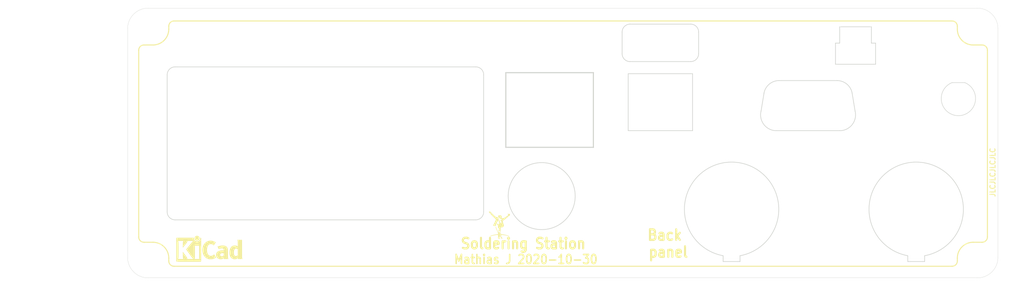
<source format=kicad_pcb>
(kicad_pcb (version 20171130) (host pcbnew 5.1.7-a382d34a8~87~ubuntu18.04.1)

  (general
    (thickness 1.6)
    (drawings 48)
    (tracks 0)
    (zones 0)
    (modules 18)
    (nets 1)
  )

  (page A4)
  (layers
    (0 F.Cu signal)
    (31 B.Cu power)
    (32 B.Adhes user)
    (33 F.Adhes user)
    (34 B.Paste user)
    (35 F.Paste user)
    (36 B.SilkS user)
    (37 F.SilkS user)
    (38 B.Mask user)
    (39 F.Mask user)
    (40 Dwgs.User user)
    (41 Cmts.User user)
    (42 Eco1.User user)
    (43 Eco2.User user)
    (44 Edge.Cuts user)
    (45 Margin user)
    (46 B.CrtYd user)
    (47 F.CrtYd user)
    (48 B.Fab user)
    (49 F.Fab user)
  )

  (setup
    (last_trace_width 0.25)
    (user_trace_width 0.127)
    (user_trace_width 0.15)
    (user_trace_width 0.2)
    (user_trace_width 0.25)
    (user_trace_width 0.4)
    (user_trace_width 0.5)
    (user_trace_width 0.75)
    (user_trace_width 1)
    (trace_clearance 0.2)
    (zone_clearance 0.508)
    (zone_45_only no)
    (trace_min 0.127)
    (via_size 0.8)
    (via_drill 0.4)
    (via_min_size 0.6)
    (via_min_drill 0.3)
    (user_via 0.6 0.3)
    (user_via 0.7 0.4)
    (user_via 1 0.6)
    (uvia_size 0.3)
    (uvia_drill 0.1)
    (uvias_allowed no)
    (uvia_min_size 0.2)
    (uvia_min_drill 0.1)
    (edge_width 0.05)
    (segment_width 0.2)
    (pcb_text_width 0.3)
    (pcb_text_size 1.5 1.5)
    (mod_edge_width 0.15)
    (mod_text_size 0.8 0.9)
    (mod_text_width 0.15)
    (pad_size 1.524 1.524)
    (pad_drill 0.762)
    (pad_to_mask_clearance 0.05)
    (solder_mask_min_width 0.1)
    (aux_axis_origin 0 0)
    (grid_origin 150 100)
    (visible_elements FFFFFF7F)
    (pcbplotparams
      (layerselection 0x00020_7ffffffe)
      (usegerberextensions false)
      (usegerberattributes false)
      (usegerberadvancedattributes false)
      (creategerberjobfile false)
      (excludeedgelayer true)
      (linewidth 0.100000)
      (plotframeref false)
      (viasonmask false)
      (mode 1)
      (useauxorigin false)
      (hpglpennumber 1)
      (hpglpenspeed 20)
      (hpglpendiameter 15.000000)
      (psnegative false)
      (psa4output false)
      (plotreference false)
      (plotvalue false)
      (plotinvisibletext false)
      (padsonsilk true)
      (subtractmaskfromsilk false)
      (outputformat 3)
      (mirror false)
      (drillshape 0)
      (scaleselection 1)
      (outputdirectory "./"))
  )

  (net 0 "")

  (net_class Default "This is the default net class."
    (clearance 0.2)
    (trace_width 0.25)
    (via_dia 0.8)
    (via_drill 0.4)
    (uvia_dia 0.3)
    (uvia_drill 0.1)
  )

  (module customlib_mj_fp:Molex_NanoFit-1x02-Panel_cutout locked (layer B.Cu) (tedit 5F7DBA11) (tstamp 5F7F0D41)
    (at 205.5 59.5 180)
    (descr "Panel cut-out for Molex Nano-Fit 1x02")
    (tags "Molex NanoFit panel cut-out")
    (path /5F88251B)
    (attr virtual)
    (fp_text reference M111 (at 0 1) (layer B.SilkS) hide
      (effects (font (size 1.2 0.8) (thickness 0.16)) (justify mirror))
    )
    (fp_text value Molex_NanoFit-1x02-Panel_cutout (at 0 -1) (layer B.Fab)
      (effects (font (size 1 1) (thickness 0.15)) (justify mirror))
    )
    (fp_line (start 4 0) (end -4 0) (layer Dwgs.User) (width 0.12))
    (fp_line (start -4 0) (end -4 4) (layer Dwgs.User) (width 0.12))
    (fp_line (start -4 4) (end -3 4) (layer Dwgs.User) (width 0.12))
    (fp_line (start -3 4) (end -3 7) (layer Dwgs.User) (width 0.12))
    (fp_line (start -3 7) (end 3 7) (layer Dwgs.User) (width 0.12))
    (fp_line (start 3 7) (end 3 4) (layer Dwgs.User) (width 0.12))
    (fp_line (start 3 4) (end 4 4) (layer Dwgs.User) (width 0.12))
    (fp_line (start 4 4) (end 4 0) (layer Dwgs.User) (width 0.12))
    (fp_line (start 3.8 0) (end -3.8 0) (layer Edge.Cuts) (width 0.12))
    (fp_line (start -3.8 0) (end -3.8 4) (layer Edge.Cuts) (width 0.12))
    (fp_line (start -3.8 4) (end -3 4) (layer Edge.Cuts) (width 0.12))
    (fp_line (start -3 4) (end -3 7.1) (layer Edge.Cuts) (width 0.12))
    (fp_line (start -3 7.1) (end 3 7.1) (layer Edge.Cuts) (width 0.12))
    (fp_line (start 3 7.1) (end 3 4) (layer Edge.Cuts) (width 0.12))
    (fp_line (start 3 4) (end 3.8 4) (layer Edge.Cuts) (width 0.12))
    (fp_line (start 3.8 4) (end 3.8 0) (layer Edge.Cuts) (width 0.12))
    (model /home/mjoh/projects/stm32/projects/customlib_mj/3d_models/Molex_NanoFit-1x02_receptacle-1053071202.stp
      (offset (xyz 0 1.74 -1.7))
      (scale (xyz 1 1 1))
      (rotate (xyz 0 0 0))
    )
  )

  (module customlib_mj_fp:DSub9-Kycon_K22X-E9P-N_panel_cutout_behind locked (layer B.Cu) (tedit 5F7DC644) (tstamp 5F4D7BAD)
    (at 196.5 61.1)
    (descr "Dsub-9 panel cut-out, behind")
    (tags "DSUB-9 panel cut-out")
    (path /5F4DCFFF)
    (attr virtual)
    (fp_text reference M108 (at 0 6.5) (layer B.Fab)
      (effects (font (size 1.2 0.8) (thickness 0.16)) (justify mirror))
    )
    (fp_text value DSub9-Kycon_K22X-E9P-N-panel_cutout-small (at 0 2.5) (layer B.Fab)
      (effects (font (size 1 1) (thickness 0.15)) (justify mirror))
    )
    (fp_line (start -8.910887 7.274234) (end -8.355942 3.89642) (layer Edge.Cuts) (width 0.12))
    (fp_line (start 6 11) (end -6 11) (layer Edge.Cuts) (width 0.12))
    (fp_line (start 8.355942 3.89642) (end 8.910887 7.274234) (layer Edge.Cuts) (width 0.12))
    (fp_line (start -5.5 1.5) (end 5.5 1.5) (layer Edge.Cuts) (width 0.12))
    (fp_line (start -8.910887 7.274234) (end -8.355942 3.89642) (layer Dwgs.User) (width 0.12))
    (fp_line (start 6 11) (end -6 11) (layer Dwgs.User) (width 0.12))
    (fp_line (start 8.355942 3.89642) (end 8.910887 7.274234) (layer Dwgs.User) (width 0.12))
    (fp_line (start -5.5 1.5) (end 5.5 1.5) (layer Dwgs.User) (width 0.12))
    (fp_arc (start -5.5 4.4) (end -8.355942 3.89642) (angle 80) (layer Dwgs.User) (width 0.12))
    (fp_arc (start 6 8) (end 8.910887 7.274234) (angle 104) (layer Dwgs.User) (width 0.12))
    (fp_arc (start -6 8) (end -6 11) (angle 104) (layer Dwgs.User) (width 0.12))
    (fp_arc (start 5.5 4.4) (end 5.5 1.5) (angle 80) (layer Dwgs.User) (width 0.12))
    (fp_arc (start 5.5 4.4) (end 5.5 1.5) (angle 80) (layer Edge.Cuts) (width 0.12))
    (fp_arc (start -5.5 4.4) (end -8.355942 3.89642) (angle 80) (layer Edge.Cuts) (width 0.12))
    (fp_arc (start 6 8) (end 8.910887 7.274234) (angle 104) (layer Edge.Cuts) (width 0.12))
    (fp_arc (start -6 8) (end -6 11) (angle 104) (layer Edge.Cuts) (width 0.12))
    (pad "" np_thru_hole circle (at 12.5 6.275) (size 3 3) (drill 3) (layers *.Cu *.Mask))
    (pad "" np_thru_hole circle (at -12.5 6.275) (size 3 3) (drill 3) (layers *.Cu *.Mask))
    (model /home/mjoh/projects/stm32/projects/customlib_mj/3d_models/K22X-E9P-N.step
      (offset (xyz 0 6.275 -2.5))
      (scale (xyz 1 1 1))
      (rotate (xyz 0 0 0))
    )
  )

  (module customlib_mj_fp:SMA_Bulkhead_jack-Panel_cutout (layer B.Cu) (tedit 5F7DBA76) (tstamp 5F7F0E3A)
    (at 225 66 90)
    (descr "SMA bulkhead jack connector cut-out")
    (tags "SMA panel cutout")
    (path /5F881BCE)
    (fp_text reference M110 (at 0 4.5 90) (layer B.SilkS) hide
      (effects (font (size 1.2 0.8) (thickness 0.16)) (justify mirror))
    )
    (fp_text value SMA_bulkhead_jack_Panel_cutout (at -3.5 0 180) (layer B.Fab)
      (effects (font (size 1 1) (thickness 0.15)) (justify mirror))
    )
    (fp_line (start 3.013 -1.2175) (end 3.013117 1.217209) (layer Edge.Cuts) (width 0.1))
    (fp_line (start 3.013 -1.2175) (end 3.013 1.2175) (layer Dwgs.User) (width 0.1))
    (fp_arc (start 0 0) (end 3.013 -1.2175) (angle -316) (layer Edge.Cuts) (width 0.1))
    (fp_arc (start 0 0) (end 3.013 -1.2175) (angle -316) (layer Dwgs.User) (width 0.1))
    (model /home/mjoh/projects/stm32/projects/customlib_mj/3d_models/SMA_bulkhead_jack_and_cable_assy.stp
      (offset (xyz 0 0 -68.5))
      (scale (xyz 1 1 1))
      (rotate (xyz 90 0 -90))
    )
  )

  (module customlib_mj_fp:LB_I4R_A-4mm_banana_socket_panelmnt locked (layer B.Cu) (tedit 5F7CCD62) (tstamp 5F7DF82B)
    (at 161 92 180)
    (path /5F7FEDE6)
    (fp_text reference J101 (at 0 5) (layer B.SilkS) hide
      (effects (font (size 1.2 0.8) (thickness 0.16)) (justify mirror))
    )
    (fp_text value 4mm_banana_socket-LB_I4R_A-panelmnt (at 0 -4.5) (layer B.Fab)
      (effects (font (size 1 1) (thickness 0.15)) (justify mirror))
    )
    (pad "" np_thru_hole circle (at 0 0 180) (size 8.3 8.3) (drill 8.3) (layers *.Cu *.Mask))
    (model /home/mjoh/projects/stm32/projects/customlib_mj/3d_models/LB_I4R_A-black.stp
      (offset (xyz 0 0 -20.5))
      (scale (xyz 1 1 1))
      (rotate (xyz -90 0 90))
    )
  )

  (module customlib_mj_fp:CUI-UJ2_AH_1_SMT-Panel_cutout locked (layer B.Cu) (tedit 5F7CAEF1) (tstamp 5F7D196E)
    (at 168.5 59.5 180)
    (descr "Panel cut-out for CUI-UJ2_AH_1_SMT USB-A host connector")
    (tags "USB-A CUI UJ2_AH_1_SMT panel cut-out")
    (path /5F7D0AEA)
    (attr virtual)
    (fp_text reference M107 (at 0 6) (layer B.Fab)
      (effects (font (size 1.2 0.8) (thickness 0.16)) (justify mirror))
    )
    (fp_text value CUI-UJ2_AH_1_SMT-Panel_cutout (at 0 -0.5) (layer B.Fab)
      (effects (font (size 1 1) (thickness 0.15)) (justify mirror))
    )
    (fp_line (start -7.25 6.1) (end -7.25 2) (layer Edge.Cuts) (width 0.12))
    (fp_line (start 5.75 7.6) (end -5.75 7.6) (layer Edge.Cuts) (width 0.12))
    (fp_line (start 7.25 2) (end 7.25 6.1) (layer Edge.Cuts) (width 0.12))
    (fp_line (start -5.75 0.5) (end 5.75 0.5) (layer Edge.Cuts) (width 0.12))
    (fp_line (start -7.25 6.1) (end -7.25 2) (layer Dwgs.User) (width 0.12))
    (fp_line (start 5.75 7.6) (end -5.75 7.6) (layer Dwgs.User) (width 0.12))
    (fp_line (start 7.25 2) (end 7.25 6.1) (layer Dwgs.User) (width 0.12))
    (fp_line (start -5.75 0.5) (end 5.75 0.5) (layer Dwgs.User) (width 0.12))
    (fp_arc (start 5.75 6.1) (end 7.25 6.1) (angle 90) (layer Dwgs.User) (width 0.12))
    (fp_arc (start 5.75 2) (end 5.75 0.5) (angle 90) (layer Dwgs.User) (width 0.12))
    (fp_arc (start -5.75 2) (end -7.25 2) (angle 90) (layer Dwgs.User) (width 0.12))
    (fp_arc (start -5.75 6.1) (end -5.75 7.6) (angle 90) (layer Dwgs.User) (width 0.12))
    (fp_arc (start 5.75 6.1) (end 7.25 6.1) (angle 90) (layer Edge.Cuts) (width 0.12))
    (fp_arc (start 5.75 2) (end 5.75 0.5) (angle 90) (layer Edge.Cuts) (width 0.12))
    (fp_arc (start -5.75 2) (end -7.25 2) (angle 90) (layer Edge.Cuts) (width 0.12))
    (fp_arc (start -5.75 6.1) (end -5.75 7.6) (angle 90) (layer Edge.Cuts) (width 0.12))
    (model /home/mjoh/projects/stm32/projects/customlib_mj/3d_models/CUI_DEVICES_UJ2-AH-1-SMT.step
      (offset (xyz 0 0 -15))
      (scale (xyz 1 1 1))
      (rotate (xyz 0 0 0))
    )
  )

  (module customlib_mj_fp:SJ-3571N_panel_cutout locked (layer B.Cu) (tedit 5F4D2DB5) (tstamp 5F4D7C96)
    (at 219 59.5 180)
    (descr "Panel cut-out for CUI SJ-3571N 3.5mm audio jack")
    (tags "CUI SJ-3571N 3.5mm audio jack panel cut-out")
    (path /5F4E1D6C)
    (attr virtual)
    (fp_text reference M109 (at 0 7) (layer B.Fab)
      (effects (font (size 1.2 0.8) (thickness 0.16)) (justify mirror))
    )
    (fp_text value SJ-3571N_CUI_audio_jacket_panel_cutout (at 0 -1.5) (layer B.Fab)
      (effects (font (size 1 1) (thickness 0.15)) (justify mirror))
    )
    (pad "" np_thru_hole circle (at 0 2.5 180) (size 6 6) (drill 6) (layers *.Cu *.Mask))
    (model /home/mjoh/projects/stm32/projects/customlib_mj/3d_models/CUI_DEVICES_SJ-3571N.step
      (offset (xyz 0 2.5 0.3))
      (scale (xyz 1 1 1))
      (rotate (xyz 0 90 90))
    )
  )

  (module customlib_mj_fp:74980104400_WE_RJ45_LAN-Panel_cutout locked (layer B.Cu) (tedit 5F4CD9BC) (tstamp 5F4D3980)
    (at 147.5 61.1)
    (descr "Panel cut-out for WE RJ45 Ethernet connector")
    (tags "RJ45 panel cut-out")
    (path /5F4D2201)
    (attr virtual)
    (fp_text reference M105 (at 0 13) (layer B.Fab)
      (effects (font (size 1.2 0.8) (thickness 0.16)) (justify mirror))
    )
    (fp_text value 74980104400-Wurth_RJ45-Panel_cutout (at 0 -1) (layer B.Fab)
      (effects (font (size 1 1) (thickness 0.15)) (justify mirror))
    )
    (fp_line (start -8.3 14.15) (end -8.3 0) (layer Dwgs.User) (width 0.2))
    (fp_line (start 8.3 14.15) (end -8.3 14.15) (layer Dwgs.User) (width 0.2))
    (fp_line (start 8.3 0) (end 8.3 14.15) (layer Dwgs.User) (width 0.2))
    (fp_line (start -8.3 0) (end 8.3 0) (layer Dwgs.User) (width 0.2))
    (fp_line (start -8.3 14.15) (end -8.3 0) (layer Edge.Cuts) (width 0.2))
    (fp_line (start 8.3 14.15) (end -8.3 14.15) (layer Edge.Cuts) (width 0.2))
    (fp_line (start 8.3 0) (end 8.3 14.15) (layer Edge.Cuts) (width 0.2))
    (fp_line (start -8.3 0) (end 8.3 0) (layer Edge.Cuts) (width 0.2))
    (model /home/mjoh/projects/stm32/projects/customlib_mj/3d_models/74980104400_WE-RJ45_LAN_rev1.stp
      (offset (xyz 0 7.075 0.4))
      (scale (xyz 1 1 1))
      (rotate (xyz 90 0 180))
    )
  )

  (module customlib_mj_fp:TE_1734346-Panel_cutout locked (layer B.Cu) (tedit 5F4CD938) (tstamp 5F4D398C)
    (at 168.5 61.1)
    (descr "Panel cut-out for TE-1734346 USB-B device connector")
    (tags "USB-B TE-1734346 panel cut-out")
    (path /5F4D36E9)
    (attr virtual)
    (fp_text reference M106 (at 0 9.5) (layer B.Fab)
      (effects (font (size 1.2 0.8) (thickness 0.16)) (justify mirror))
    )
    (fp_text value TE-1734346-Panel_cutout (at 0 11.9) (layer B.Fab)
      (effects (font (size 1 1) (thickness 0.15)) (justify mirror))
    )
    (fp_line (start -6.1 0.2) (end 6.1 0.2) (layer Edge.Cuts) (width 0.12))
    (fp_line (start 6.1 0.2) (end 6.1 11) (layer Edge.Cuts) (width 0.12))
    (fp_line (start 6.1 11) (end -6.1 11) (layer Edge.Cuts) (width 0.12))
    (fp_line (start -6.1 11) (end -6.1 0.2) (layer Edge.Cuts) (width 0.12))
    (fp_line (start -6.1 0.2) (end 6.1 0.2) (layer Dwgs.User) (width 0.12))
    (fp_line (start 6.1 0.2) (end 6.1 11) (layer Dwgs.User) (width 0.12))
    (fp_line (start 6.1 11) (end -6.1 11) (layer Dwgs.User) (width 0.12))
    (fp_line (start -6.1 11) (end -6.1 0.2) (layer Dwgs.User) (width 0.12))
    (model /home/mjoh/projects/stm32/projects/customlib_mj/3d_models/TE_1734346-1-c-3d.stp
      (offset (xyz 0 5.6 0.5))
      (scale (xyz 1 1 1))
      (rotate (xyz 0 0 0))
    )
  )

  (module customlib_mj_fp:FN283_panel_cutout-outside_mnt locked (layer B.Cu) (tedit 5F459659) (tstamp 5F460FD2)
    (at 105 74.5)
    (descr "Panel cut-outs for Schaffner FN283 AC-inlet")
    (path /5F4FFAD8)
    (fp_text reference M104 (at 0 -2) (layer B.Fab)
      (effects (font (size 1.2 0.8) (thickness 0.16)) (justify mirror))
    )
    (fp_text value FN283-1-06_Schaffner_AC-panel_cutout (at 0 -13) (layer B.Fab)
      (effects (font (size 1 1) (thickness 0.15)) (justify mirror))
    )
    (fp_line (start -30 -13) (end -30 13) (layer Edge.Cuts) (width 0.12))
    (fp_line (start 28.5 -14.5) (end -28.5 -14.5) (layer Edge.Cuts) (width 0.12))
    (fp_line (start 30 13) (end 30 -13) (layer Edge.Cuts) (width 0.12))
    (fp_line (start -28.5 14.5) (end 28.5 14.5) (layer Edge.Cuts) (width 0.12))
    (fp_line (start -30 -13) (end -30 13) (layer Dwgs.User) (width 0.12))
    (fp_line (start 28.5 -14.5) (end -28.5 -14.5) (layer Dwgs.User) (width 0.12))
    (fp_line (start 30 13) (end 30 -13) (layer Dwgs.User) (width 0.12))
    (fp_line (start -28.5 14.5) (end 28.5 14.5) (layer Dwgs.User) (width 0.12))
    (fp_arc (start -28.5 13) (end -28.5 14.5) (angle 90) (layer Edge.Cuts) (width 0.12))
    (fp_arc (start -28.5 -13) (end -30 -13) (angle 90) (layer Edge.Cuts) (width 0.12))
    (fp_arc (start 28.5 -13) (end 28.5 -14.5) (angle 90) (layer Edge.Cuts) (width 0.12))
    (fp_arc (start 28.5 13) (end 30 13) (angle 90) (layer Edge.Cuts) (width 0.12))
    (fp_arc (start -28.5 13) (end -28.5 14.5) (angle 90) (layer Dwgs.User) (width 0.12))
    (fp_arc (start -28.5 -13) (end -30 -13) (angle 90) (layer Dwgs.User) (width 0.12))
    (fp_arc (start 28.5 -13) (end 28.5 -14.5) (angle 90) (layer Dwgs.User) (width 0.12))
    (fp_arc (start 28.5 13) (end 30 13) (angle 90) (layer Dwgs.User) (width 0.12))
    (pad "" np_thru_hole circle (at 0 20) (size 3 3) (drill 3) (layers *.Cu *.Mask))
    (pad "" np_thru_hole circle (at 0 -20) (size 3 3) (drill 3) (layers *.Cu *.Mask))
    (model /home/mjoh/projects/stm32/projects/customlib_mj/3d_models/Schaffner-FN283-1-06.stp
      (offset (xyz -18 0 24.5))
      (scale (xyz 1 1 1))
      (rotate (xyz 0 180 90))
    )
  )

  (module customlib_mj_fp:Schurter_3101_0060_fuse_holder-panel_cutout locked (layer F.Cu) (tedit 5F459D77) (tstamp 5F460FBC)
    (at 146 84.5)
    (path /5F50285E)
    (fp_text reference M103 (at 0 0.6) (layer F.Fab)
      (effects (font (size 1.2 0.8) (thickness 0.16)))
    )
    (fp_text value Schurter-3101_0060-fuse_holder-Panel_cutout (at 0 7) (layer F.Fab)
      (effects (font (size 1 1) (thickness 0.15)))
    )
    (fp_circle (center 0 0) (end 6.35 0) (layer Dwgs.User) (width 0.12))
    (fp_circle (center 0 0) (end 6.35 0) (layer Edge.Cuts) (width 0.12))
    (model /home/mjoh/projects/stm32/projects/SolderingStation/mech/Schurter-0031.0060_002-fuseholder.stp
      (offset (xyz 0 0 -8.800000000000001))
      (scale (xyz 1 1 1))
      (rotate (xyz 0 0 -90))
    )
  )

  (module customlib_mj_fp:Amphenol_T3437000-DIN7-panel_cutout locked (layer B.Cu) (tedit 5F45A1C4) (tstamp 5F460FB6)
    (at 182 87 180)
    (descr "Amphenol T3437000 DIN7 (Weller connector) panel cutout")
    (tags "Amphenol T3437000 DIN7 panel cutout")
    (path /5F504C41)
    (fp_text reference M102 (at 0 -0.6) (layer B.Fab)
      (effects (font (size 1.2 0.8) (thickness 0.16)) (justify mirror))
    )
    (fp_text value Amphenol_T3437000-DIN7_panel_cutout (at 0 -11) (layer B.Fab)
      (effects (font (size 1 1) (thickness 0.15)) (justify mirror))
    )
    (fp_line (start 1.6 -9.9) (end 1.6 -8.8) (layer Edge.Cuts) (width 0.12))
    (fp_line (start -1.6 -9.9) (end -1.598511 -8.800271) (layer Edge.Cuts) (width 0.12))
    (fp_line (start 1.6 -9.9) (end -1.6 -9.9) (layer Edge.Cuts) (width 0.12))
    (fp_arc (start 0 0) (end 1.6 -8.8) (angle 339.4) (layer Edge.Cuts) (width 0.12))
    (model /home/mjoh/projects/stm32/projects/SolderingStation/mech/DIN7_done.stp
      (at (xyz 0 0 0))
      (scale (xyz 1 1 1))
      (rotate (xyz 0 0 0))
    )
  )

  (module customlib_mj_fp:Amphenol_T3437000-DIN7-panel_cutout locked (layer B.Cu) (tedit 5F45A1C4) (tstamp 5F460FAE)
    (at 217 87 180)
    (descr "Amphenol T3437000 DIN7 (Weller connector) panel cutout")
    (tags "Amphenol T3437000 DIN7 panel cutout")
    (path /5F50426A)
    (fp_text reference M101 (at 0 -0.6) (layer B.Fab)
      (effects (font (size 1.2 0.8) (thickness 0.16)) (justify mirror))
    )
    (fp_text value Amphenol_T3437000-DIN7_panel_cutout (at 0 -11) (layer B.Fab)
      (effects (font (size 1 1) (thickness 0.15)) (justify mirror))
    )
    (fp_line (start 1.6 -9.9) (end 1.6 -8.8) (layer Edge.Cuts) (width 0.12))
    (fp_line (start -1.6 -9.9) (end -1.598511 -8.800271) (layer Edge.Cuts) (width 0.12))
    (fp_line (start 1.6 -9.9) (end -1.6 -9.9) (layer Edge.Cuts) (width 0.12))
    (fp_arc (start 0 0) (end 1.6 -8.8) (angle 339.4) (layer Edge.Cuts) (width 0.12))
    (model /home/mjoh/projects/stm32/projects/SolderingStation/mech/DIN7_done.stp
      (at (xyz 0 0 0))
      (scale (xyz 1 1 1))
      (rotate (xyz 0 0 0))
    )
  )

  (module customlib_mj_fp:MountingHole_3.5mm_Hammond_panel_screws locked (layer F.Cu) (tedit 5F2EF506) (tstamp 5F420F13)
    (at 72.25 52.67)
    (descr "Mounting Hole 3.5mm, no annular")
    (tags "mounting hole 3.5mm no annular")
    (path /5F41E2D7)
    (attr virtual)
    (fp_text reference H101 (at 0 -4.5) (layer F.Fab)
      (effects (font (size 1 1) (thickness 0.15)))
    )
    (fp_text value MountingHole (at 0 4.5) (layer F.Fab)
      (effects (font (size 1 1) (thickness 0.15)))
    )
    (fp_circle (center 0 0) (end 3 0) (layer F.CrtYd) (width 0.05))
    (fp_circle (center 0 0) (end 2.9 0) (layer Cmts.User) (width 0.15))
    (fp_text user %R (at 0.3 0) (layer F.Fab)
      (effects (font (size 1 1) (thickness 0.15)))
    )
    (pad "" np_thru_hole circle (at 0 0) (size 3.5 3.5) (drill 3.5) (layers *.Cu *.Mask)
      (solder_mask_margin -0.1) (clearance 1.25))
  )

  (module customlib_mj_fp:MountingHole_3.5mm_Hammond_panel_screws locked (layer F.Cu) (tedit 5F2EF506) (tstamp 5F420F1B)
    (at 227.75 52.67)
    (descr "Mounting Hole 3.5mm, no annular")
    (tags "mounting hole 3.5mm no annular")
    (path /5F41E735)
    (attr virtual)
    (fp_text reference H102 (at 0 -4.5) (layer F.Fab)
      (effects (font (size 1 1) (thickness 0.15)))
    )
    (fp_text value MountingHole (at 0 4.5) (layer F.Fab)
      (effects (font (size 1 1) (thickness 0.15)))
    )
    (fp_circle (center 0 0) (end 2.9 0) (layer Cmts.User) (width 0.15))
    (fp_circle (center 0 0) (end 3 0) (layer F.CrtYd) (width 0.05))
    (fp_text user %R (at 0.3 0) (layer F.Fab)
      (effects (font (size 1 1) (thickness 0.15)))
    )
    (pad "" np_thru_hole circle (at 0 0) (size 3.5 3.5) (drill 3.5) (layers *.Cu *.Mask)
      (solder_mask_margin -0.1) (clearance 1.25))
  )

  (module customlib_mj_fp:MountingHole_3.5mm_Hammond_panel_screws locked (layer F.Cu) (tedit 5F2EF506) (tstamp 5F420F23)
    (at 72.25 96.2)
    (descr "Mounting Hole 3.5mm, no annular")
    (tags "mounting hole 3.5mm no annular")
    (path /5F41E773)
    (attr virtual)
    (fp_text reference H103 (at 0 -4.5) (layer F.Fab)
      (effects (font (size 1 1) (thickness 0.15)))
    )
    (fp_text value MountingHole (at 0 4.5) (layer F.Fab)
      (effects (font (size 1 1) (thickness 0.15)))
    )
    (fp_circle (center 0 0) (end 3 0) (layer F.CrtYd) (width 0.05))
    (fp_circle (center 0 0) (end 2.9 0) (layer Cmts.User) (width 0.15))
    (fp_text user %R (at 0.3 0) (layer F.Fab)
      (effects (font (size 1 1) (thickness 0.15)))
    )
    (pad "" np_thru_hole circle (at 0 0) (size 3.5 3.5) (drill 3.5) (layers *.Cu *.Mask)
      (solder_mask_margin -0.1) (clearance 1.25))
  )

  (module customlib_mj_fp:MountingHole_3.5mm_Hammond_panel_screws locked (layer F.Cu) (tedit 5F2EF506) (tstamp 5F420F2B)
    (at 227.75 96.2)
    (descr "Mounting Hole 3.5mm, no annular")
    (tags "mounting hole 3.5mm no annular")
    (path /5F41E984)
    (attr virtual)
    (fp_text reference H104 (at 0 -4.5) (layer F.Fab)
      (effects (font (size 1 1) (thickness 0.15)))
    )
    (fp_text value MountingHole (at 0 4.5) (layer F.Fab)
      (effects (font (size 1 1) (thickness 0.15)))
    )
    (fp_circle (center 0 0) (end 2.9 0) (layer Cmts.User) (width 0.15))
    (fp_circle (center 0 0) (end 3 0) (layer F.CrtYd) (width 0.05))
    (fp_text user %R (at 0.3 0) (layer F.Fab)
      (effects (font (size 1 1) (thickness 0.15)))
    )
    (pad "" np_thru_hole circle (at 0 0) (size 3.5 3.5) (drill 3.5) (layers *.Cu *.Mask)
      (solder_mask_margin -0.1) (clearance 1.25))
  )

  (module Symbol:KiCad-Logo_5mm_SilkScreen (layer F.Cu) (tedit 0) (tstamp 5F97895B)
    (at 83 95)
    (descr "KiCad Logo")
    (tags "Logo KiCad")
    (path /5F41F53B)
    (attr virtual)
    (fp_text reference LOGO101 (at 0 -5.08) (layer F.SilkS) hide
      (effects (font (size 1 1) (thickness 0.15)))
    )
    (fp_text value Logo_Kicad_small (at 0 3.81) (layer F.Fab) hide
      (effects (font (size 1 1) (thickness 0.15)))
    )
    (fp_poly (pts (xy -2.273043 -2.973429) (xy -2.176768 -2.949191) (xy -2.090184 -2.906359) (xy -2.015373 -2.846581)
      (xy -1.954418 -2.771506) (xy -1.909399 -2.68278) (xy -1.883136 -2.58647) (xy -1.877286 -2.489205)
      (xy -1.89214 -2.395346) (xy -1.92584 -2.307489) (xy -1.976528 -2.22823) (xy -2.042345 -2.160164)
      (xy -2.121434 -2.105888) (xy -2.211934 -2.067998) (xy -2.2632 -2.055574) (xy -2.307698 -2.048053)
      (xy -2.341999 -2.045081) (xy -2.37496 -2.046906) (xy -2.415434 -2.053775) (xy -2.448531 -2.06075)
      (xy -2.541947 -2.092259) (xy -2.625619 -2.143383) (xy -2.697665 -2.212571) (xy -2.7562 -2.298272)
      (xy -2.770148 -2.325511) (xy -2.786586 -2.361878) (xy -2.796894 -2.392418) (xy -2.80246 -2.42455)
      (xy -2.804669 -2.465693) (xy -2.804948 -2.511778) (xy -2.800861 -2.596135) (xy -2.787446 -2.665414)
      (xy -2.762256 -2.726039) (xy -2.722846 -2.784433) (xy -2.684298 -2.828698) (xy -2.612406 -2.894516)
      (xy -2.537313 -2.939947) (xy -2.454562 -2.96715) (xy -2.376928 -2.977424) (xy -2.273043 -2.973429)) (layer F.SilkS) (width 0.01))
    (fp_poly (pts (xy 6.186507 -0.527755) (xy 6.186526 -0.293338) (xy 6.186552 -0.080397) (xy 6.186625 0.112168)
      (xy 6.186782 0.285459) (xy 6.187064 0.440576) (xy 6.187509 0.57862) (xy 6.188156 0.700692)
      (xy 6.189045 0.807894) (xy 6.190213 0.901326) (xy 6.191701 0.98209) (xy 6.193546 1.051286)
      (xy 6.195789 1.110015) (xy 6.198469 1.159379) (xy 6.201623 1.200478) (xy 6.205292 1.234413)
      (xy 6.209513 1.262286) (xy 6.214327 1.285198) (xy 6.219773 1.304249) (xy 6.225888 1.32054)
      (xy 6.232712 1.335173) (xy 6.240285 1.349249) (xy 6.248645 1.363868) (xy 6.253839 1.372974)
      (xy 6.288104 1.433689) (xy 5.429955 1.433689) (xy 5.429955 1.337733) (xy 5.429224 1.29437)
      (xy 5.427272 1.261205) (xy 5.424463 1.243424) (xy 5.423221 1.241778) (xy 5.411799 1.248662)
      (xy 5.389084 1.266505) (xy 5.366385 1.285879) (xy 5.3118 1.326614) (xy 5.242321 1.367617)
      (xy 5.16527 1.405123) (xy 5.087965 1.435364) (xy 5.057113 1.445012) (xy 4.988616 1.459578)
      (xy 4.905764 1.469539) (xy 4.816371 1.474583) (xy 4.728248 1.474396) (xy 4.649207 1.468666)
      (xy 4.611511 1.462858) (xy 4.473414 1.424797) (xy 4.346113 1.367073) (xy 4.230292 1.290211)
      (xy 4.126637 1.194739) (xy 4.035833 1.081179) (xy 3.969031 0.970381) (xy 3.914164 0.853625)
      (xy 3.872163 0.734276) (xy 3.842167 0.608283) (xy 3.823311 0.471594) (xy 3.814732 0.320158)
      (xy 3.814006 0.242711) (xy 3.8161 0.185934) (xy 4.645217 0.185934) (xy 4.645424 0.279002)
      (xy 4.648337 0.366692) (xy 4.654 0.443772) (xy 4.662455 0.505009) (xy 4.665038 0.51735)
      (xy 4.69684 0.624633) (xy 4.738498 0.711658) (xy 4.790363 0.778642) (xy 4.852781 0.825805)
      (xy 4.9261 0.853365) (xy 5.010669 0.861541) (xy 5.106835 0.850551) (xy 5.170311 0.834829)
      (xy 5.219454 0.816639) (xy 5.273583 0.790791) (xy 5.314244 0.767089) (xy 5.3848 0.720721)
      (xy 5.3848 -0.42947) (xy 5.317392 -0.473038) (xy 5.238867 -0.51396) (xy 5.154681 -0.540611)
      (xy 5.069557 -0.552535) (xy 4.988216 -0.549278) (xy 4.91538 -0.530385) (xy 4.883426 -0.514816)
      (xy 4.825501 -0.471819) (xy 4.776544 -0.415047) (xy 4.73539 -0.342425) (xy 4.700874 -0.251879)
      (xy 4.671833 -0.141334) (xy 4.670552 -0.135467) (xy 4.660381 -0.073212) (xy 4.652739 0.004594)
      (xy 4.64767 0.09272) (xy 4.645217 0.185934) (xy 3.8161 0.185934) (xy 3.821857 0.029895)
      (xy 3.843802 -0.165941) (xy 3.879786 -0.344668) (xy 3.929759 -0.506155) (xy 3.993668 -0.650274)
      (xy 4.071462 -0.776894) (xy 4.163089 -0.885885) (xy 4.268497 -0.977117) (xy 4.313662 -1.008068)
      (xy 4.414611 -1.064215) (xy 4.517901 -1.103826) (xy 4.627989 -1.127986) (xy 4.74933 -1.137781)
      (xy 4.841836 -1.136735) (xy 4.97149 -1.125769) (xy 5.084084 -1.103954) (xy 5.182875 -1.070286)
      (xy 5.271121 -1.023764) (xy 5.319986 -0.989552) (xy 5.349353 -0.967638) (xy 5.371043 -0.952667)
      (xy 5.379253 -0.948267) (xy 5.380868 -0.959096) (xy 5.382159 -0.989749) (xy 5.383138 -1.037474)
      (xy 5.383817 -1.099521) (xy 5.38421 -1.173138) (xy 5.38433 -1.255573) (xy 5.384188 -1.344075)
      (xy 5.383797 -1.435893) (xy 5.383171 -1.528276) (xy 5.38232 -1.618472) (xy 5.38126 -1.703729)
      (xy 5.380001 -1.781297) (xy 5.378556 -1.848424) (xy 5.376938 -1.902359) (xy 5.375161 -1.94035)
      (xy 5.374669 -1.947333) (xy 5.367092 -2.017749) (xy 5.355531 -2.072898) (xy 5.337792 -2.120019)
      (xy 5.311682 -2.166353) (xy 5.305415 -2.175933) (xy 5.280983 -2.212622) (xy 6.186311 -2.212622)
      (xy 6.186507 -0.527755)) (layer F.SilkS) (width 0.01))
    (fp_poly (pts (xy 2.673574 -1.133448) (xy 2.825492 -1.113433) (xy 2.960756 -1.079798) (xy 3.080239 -1.032275)
      (xy 3.184815 -0.970595) (xy 3.262424 -0.907035) (xy 3.331265 -0.832901) (xy 3.385006 -0.753129)
      (xy 3.42791 -0.660909) (xy 3.443384 -0.617839) (xy 3.456244 -0.578858) (xy 3.467446 -0.542711)
      (xy 3.47712 -0.507566) (xy 3.485396 -0.47159) (xy 3.492403 -0.43295) (xy 3.498272 -0.389815)
      (xy 3.503131 -0.340351) (xy 3.50711 -0.282727) (xy 3.51034 -0.215109) (xy 3.512949 -0.135666)
      (xy 3.515067 -0.042564) (xy 3.516824 0.066027) (xy 3.518349 0.191942) (xy 3.519772 0.337012)
      (xy 3.521025 0.479778) (xy 3.522351 0.635968) (xy 3.523556 0.771239) (xy 3.524766 0.887246)
      (xy 3.526106 0.985645) (xy 3.5277 1.068093) (xy 3.529675 1.136246) (xy 3.532156 1.19176)
      (xy 3.535269 1.236292) (xy 3.539138 1.271498) (xy 3.543889 1.299034) (xy 3.549648 1.320556)
      (xy 3.556539 1.337722) (xy 3.564689 1.352186) (xy 3.574223 1.365606) (xy 3.585266 1.379638)
      (xy 3.589566 1.385071) (xy 3.605386 1.40791) (xy 3.612422 1.423463) (xy 3.612444 1.423922)
      (xy 3.601567 1.426121) (xy 3.570582 1.428147) (xy 3.521957 1.429942) (xy 3.458163 1.431451)
      (xy 3.381669 1.432616) (xy 3.294944 1.43338) (xy 3.200457 1.433686) (xy 3.18955 1.433689)
      (xy 2.766657 1.433689) (xy 2.763395 1.337622) (xy 2.760133 1.241556) (xy 2.698044 1.292543)
      (xy 2.600714 1.360057) (xy 2.490813 1.414749) (xy 2.404349 1.444978) (xy 2.335278 1.459666)
      (xy 2.251925 1.469659) (xy 2.162159 1.474646) (xy 2.073845 1.474313) (xy 1.994851 1.468351)
      (xy 1.958622 1.462638) (xy 1.818603 1.424776) (xy 1.692178 1.369932) (xy 1.58026 1.298924)
      (xy 1.483762 1.212568) (xy 1.4036 1.111679) (xy 1.340687 0.997076) (xy 1.296312 0.870984)
      (xy 1.283978 0.814401) (xy 1.276368 0.752202) (xy 1.272739 0.677363) (xy 1.272245 0.643467)
      (xy 1.27231 0.640282) (xy 2.032248 0.640282) (xy 2.041541 0.715333) (xy 2.069728 0.77916)
      (xy 2.118197 0.834798) (xy 2.123254 0.839211) (xy 2.171548 0.874037) (xy 2.223257 0.89662)
      (xy 2.283989 0.90854) (xy 2.359352 0.911383) (xy 2.377459 0.910978) (xy 2.431278 0.908325)
      (xy 2.471308 0.902909) (xy 2.506324 0.892745) (xy 2.545103 0.87585) (xy 2.555745 0.870672)
      (xy 2.616396 0.834844) (xy 2.663215 0.792212) (xy 2.675952 0.776973) (xy 2.720622 0.720462)
      (xy 2.720622 0.524586) (xy 2.720086 0.445939) (xy 2.718396 0.387988) (xy 2.715428 0.348875)
      (xy 2.711057 0.326741) (xy 2.706972 0.320274) (xy 2.691047 0.317111) (xy 2.657264 0.314488)
      (xy 2.61034 0.312655) (xy 2.554993 0.311857) (xy 2.546106 0.311842) (xy 2.42533 0.317096)
      (xy 2.32266 0.333263) (xy 2.236106 0.360961) (xy 2.163681 0.400808) (xy 2.108751 0.447758)
      (xy 2.064204 0.505645) (xy 2.03948 0.568693) (xy 2.032248 0.640282) (xy 1.27231 0.640282)
      (xy 1.274178 0.549712) (xy 1.282522 0.470812) (xy 1.298768 0.39959) (xy 1.324405 0.328864)
      (xy 1.348401 0.276493) (xy 1.40702 0.181196) (xy 1.485117 0.09317) (xy 1.580315 0.014017)
      (xy 1.690238 -0.05466) (xy 1.81251 -0.111259) (xy 1.944755 -0.154179) (xy 2.009422 -0.169118)
      (xy 2.145604 -0.191223) (xy 2.294049 -0.205806) (xy 2.445505 -0.212187) (xy 2.572064 -0.210555)
      (xy 2.73395 -0.203776) (xy 2.72653 -0.262755) (xy 2.707238 -0.361908) (xy 2.676104 -0.442628)
      (xy 2.632269 -0.505534) (xy 2.574871 -0.551244) (xy 2.503048 -0.580378) (xy 2.415941 -0.593553)
      (xy 2.312686 -0.591389) (xy 2.274711 -0.587388) (xy 2.13352 -0.56222) (xy 1.996707 -0.521186)
      (xy 1.902178 -0.483185) (xy 1.857018 -0.46381) (xy 1.818585 -0.44824) (xy 1.792234 -0.438595)
      (xy 1.784546 -0.436548) (xy 1.774802 -0.445626) (xy 1.758083 -0.474595) (xy 1.734232 -0.523783)
      (xy 1.703093 -0.593516) (xy 1.664507 -0.684121) (xy 1.65791 -0.699911) (xy 1.627853 -0.772228)
      (xy 1.600874 -0.837575) (xy 1.578136 -0.893094) (xy 1.560806 -0.935928) (xy 1.550048 -0.963219)
      (xy 1.546941 -0.972058) (xy 1.55694 -0.976813) (xy 1.583217 -0.98209) (xy 1.611489 -0.985769)
      (xy 1.641646 -0.990526) (xy 1.689433 -0.999972) (xy 1.750612 -1.01318) (xy 1.820946 -1.029224)
      (xy 1.896194 -1.04718) (xy 1.924755 -1.054203) (xy 2.029816 -1.079791) (xy 2.11748 -1.099853)
      (xy 2.192068 -1.115031) (xy 2.257903 -1.125965) (xy 2.319307 -1.133296) (xy 2.380602 -1.137665)
      (xy 2.44611 -1.139713) (xy 2.504128 -1.140111) (xy 2.673574 -1.133448)) (layer F.SilkS) (width 0.01))
    (fp_poly (pts (xy 0.328429 -2.050929) (xy 0.48857 -2.029755) (xy 0.65251 -1.989615) (xy 0.822313 -1.930111)
      (xy 1.000043 -1.850846) (xy 1.01131 -1.845301) (xy 1.069005 -1.817275) (xy 1.120552 -1.793198)
      (xy 1.162191 -1.774751) (xy 1.190162 -1.763614) (xy 1.199733 -1.761067) (xy 1.21895 -1.756059)
      (xy 1.223561 -1.751853) (xy 1.218458 -1.74142) (xy 1.202418 -1.715132) (xy 1.177288 -1.675743)
      (xy 1.144914 -1.626009) (xy 1.107143 -1.568685) (xy 1.065822 -1.506524) (xy 1.022798 -1.442282)
      (xy 0.979917 -1.378715) (xy 0.939026 -1.318575) (xy 0.901971 -1.26462) (xy 0.8706 -1.219603)
      (xy 0.846759 -1.186279) (xy 0.832294 -1.167403) (xy 0.830309 -1.165213) (xy 0.820191 -1.169862)
      (xy 0.79785 -1.187038) (xy 0.76728 -1.21356) (xy 0.751536 -1.228036) (xy 0.655047 -1.303318)
      (xy 0.548336 -1.358759) (xy 0.432832 -1.393859) (xy 0.309962 -1.40812) (xy 0.240561 -1.406949)
      (xy 0.119423 -1.389788) (xy 0.010205 -1.353906) (xy -0.087418 -1.299041) (xy -0.173772 -1.22493)
      (xy -0.249185 -1.131312) (xy -0.313982 -1.017924) (xy -0.351399 -0.931333) (xy -0.395252 -0.795634)
      (xy -0.427572 -0.64815) (xy -0.448443 -0.492686) (xy -0.457949 -0.333044) (xy -0.456173 -0.173027)
      (xy -0.443197 -0.016439) (xy -0.419106 0.132918) (xy -0.383982 0.27124) (xy -0.337908 0.394724)
      (xy -0.321627 0.428978) (xy -0.25338 0.543064) (xy -0.172921 0.639557) (xy -0.08143 0.71767)
      (xy 0.019911 0.776617) (xy 0.12992 0.815612) (xy 0.247415 0.833868) (xy 0.288883 0.835211)
      (xy 0.410441 0.82429) (xy 0.530878 0.791474) (xy 0.648666 0.737439) (xy 0.762277 0.662865)
      (xy 0.853685 0.584539) (xy 0.900215 0.540008) (xy 1.081483 0.837271) (xy 1.12658 0.911433)
      (xy 1.167819 0.979646) (xy 1.203735 1.039459) (xy 1.232866 1.08842) (xy 1.25375 1.124079)
      (xy 1.264924 1.143984) (xy 1.266375 1.147079) (xy 1.258146 1.156718) (xy 1.232567 1.173999)
      (xy 1.192873 1.197283) (xy 1.142297 1.224934) (xy 1.084074 1.255315) (xy 1.021437 1.28679)
      (xy 0.957621 1.317722) (xy 0.89586 1.346473) (xy 0.839388 1.371408) (xy 0.791438 1.390889)
      (xy 0.767986 1.399318) (xy 0.634221 1.437133) (xy 0.496327 1.462136) (xy 0.348622 1.47514)
      (xy 0.221833 1.477468) (xy 0.153878 1.476373) (xy 0.088277 1.474275) (xy 0.030847 1.471434)
      (xy -0.012597 1.468106) (xy -0.026702 1.466422) (xy -0.165716 1.437587) (xy -0.307243 1.392468)
      (xy -0.444725 1.33375) (xy -0.571606 1.26412) (xy -0.649111 1.211441) (xy -0.776519 1.103239)
      (xy -0.894822 0.976671) (xy -1.001828 0.834866) (xy -1.095348 0.680951) (xy -1.17319 0.518053)
      (xy -1.217044 0.400756) (xy -1.267292 0.217128) (xy -1.300791 0.022581) (xy -1.317551 -0.178675)
      (xy -1.317584 -0.382432) (xy -1.300899 -0.584479) (xy -1.267507 -0.780608) (xy -1.21742 -0.966609)
      (xy -1.213603 -0.978197) (xy -1.150719 -1.14025) (xy -1.073972 -1.288168) (xy -0.980758 -1.426135)
      (xy -0.868473 -1.558339) (xy -0.824608 -1.603601) (xy -0.688466 -1.727543) (xy -0.548509 -1.830085)
      (xy -0.402589 -1.912344) (xy -0.248558 -1.975436) (xy -0.084268 -2.020477) (xy 0.011289 -2.037967)
      (xy 0.170023 -2.053534) (xy 0.328429 -2.050929)) (layer F.SilkS) (width 0.01))
    (fp_poly (pts (xy -2.9464 -2.510946) (xy -2.935535 -2.397007) (xy -2.903918 -2.289384) (xy -2.853015 -2.190385)
      (xy -2.784293 -2.102316) (xy -2.699219 -2.027484) (xy -2.602232 -1.969616) (xy -2.495964 -1.929995)
      (xy -2.38895 -1.911427) (xy -2.2833 -1.912566) (xy -2.181125 -1.93207) (xy -2.084534 -1.968594)
      (xy -1.995638 -2.020795) (xy -1.916546 -2.087327) (xy -1.849369 -2.166848) (xy -1.796217 -2.258013)
      (xy -1.759199 -2.359477) (xy -1.740427 -2.469898) (xy -1.738489 -2.519794) (xy -1.738489 -2.607733)
      (xy -1.68656 -2.607733) (xy -1.650253 -2.604889) (xy -1.623355 -2.593089) (xy -1.596249 -2.569351)
      (xy -1.557867 -2.530969) (xy -1.557867 -0.339398) (xy -1.557876 -0.077261) (xy -1.557908 0.163241)
      (xy -1.557972 0.383048) (xy -1.558076 0.583101) (xy -1.558227 0.764344) (xy -1.558434 0.927716)
      (xy -1.558706 1.07416) (xy -1.55905 1.204617) (xy -1.559474 1.320029) (xy -1.559987 1.421338)
      (xy -1.560597 1.509484) (xy -1.561312 1.58541) (xy -1.56214 1.650057) (xy -1.563089 1.704367)
      (xy -1.564167 1.74928) (xy -1.565383 1.78574) (xy -1.566745 1.814687) (xy -1.568261 1.837063)
      (xy -1.569938 1.853809) (xy -1.571786 1.865868) (xy -1.573813 1.87418) (xy -1.576025 1.879687)
      (xy -1.577108 1.881537) (xy -1.581271 1.888549) (xy -1.584805 1.894996) (xy -1.588635 1.9009)
      (xy -1.593682 1.906286) (xy -1.600871 1.911178) (xy -1.611123 1.915598) (xy -1.625364 1.919572)
      (xy -1.644514 1.923121) (xy -1.669499 1.92627) (xy -1.70124 1.929042) (xy -1.740662 1.931461)
      (xy -1.788686 1.933551) (xy -1.846237 1.935335) (xy -1.914237 1.936837) (xy -1.99361 1.93808)
      (xy -2.085279 1.939089) (xy -2.190166 1.939885) (xy -2.309196 1.940494) (xy -2.44329 1.940939)
      (xy -2.593373 1.941243) (xy -2.760367 1.94143) (xy -2.945196 1.941524) (xy -3.148783 1.941548)
      (xy -3.37205 1.941525) (xy -3.615922 1.94148) (xy -3.881321 1.941437) (xy -3.919704 1.941432)
      (xy -4.186682 1.941389) (xy -4.432002 1.941318) (xy -4.656583 1.941213) (xy -4.861345 1.941066)
      (xy -5.047206 1.940869) (xy -5.215088 1.940616) (xy -5.365908 1.9403) (xy -5.500587 1.939913)
      (xy -5.620044 1.939447) (xy -5.725199 1.938897) (xy -5.816971 1.938253) (xy -5.896279 1.937511)
      (xy -5.964043 1.936661) (xy -6.021182 1.935697) (xy -6.068617 1.934611) (xy -6.107266 1.933397)
      (xy -6.138049 1.932047) (xy -6.161885 1.930555) (xy -6.179694 1.928911) (xy -6.192395 1.927111)
      (xy -6.200908 1.925145) (xy -6.205266 1.923477) (xy -6.213728 1.919906) (xy -6.221497 1.91727)
      (xy -6.228602 1.914634) (xy -6.235073 1.911062) (xy -6.240939 1.905621) (xy -6.246229 1.897375)
      (xy -6.250974 1.88539) (xy -6.255202 1.868731) (xy -6.258943 1.846463) (xy -6.262227 1.817652)
      (xy -6.265083 1.781363) (xy -6.26754 1.736661) (xy -6.269629 1.682611) (xy -6.271378 1.618279)
      (xy -6.272817 1.54273) (xy -6.273976 1.45503) (xy -6.274883 1.354243) (xy -6.275569 1.239434)
      (xy -6.276063 1.10967) (xy -6.276395 0.964015) (xy -6.276593 0.801535) (xy -6.276687 0.621295)
      (xy -6.276708 0.42236) (xy -6.276685 0.203796) (xy -6.276646 -0.035332) (xy -6.276622 -0.29596)
      (xy -6.276622 -0.338111) (xy -6.276636 -0.601008) (xy -6.276661 -0.842268) (xy -6.276671 -1.062835)
      (xy -6.276642 -1.263648) (xy -6.276548 -1.445651) (xy -6.276362 -1.609784) (xy -6.276059 -1.756989)
      (xy -6.275614 -1.888208) (xy -6.275034 -1.998133) (xy -5.972197 -1.998133) (xy -5.932407 -1.940289)
      (xy -5.921236 -1.924521) (xy -5.911166 -1.910559) (xy -5.902138 -1.897216) (xy -5.894097 -1.883307)
      (xy -5.886986 -1.867644) (xy -5.880747 -1.849042) (xy -5.875325 -1.826314) (xy -5.870662 -1.798273)
      (xy -5.866701 -1.763733) (xy -5.863385 -1.721508) (xy -5.860659 -1.670411) (xy -5.858464 -1.609256)
      (xy -5.856745 -1.536856) (xy -5.855444 -1.452025) (xy -5.854505 -1.353578) (xy -5.85387 -1.240326)
      (xy -5.853484 -1.111084) (xy -5.853288 -0.964666) (xy -5.853227 -0.799884) (xy -5.853243 -0.615553)
      (xy -5.85328 -0.410487) (xy -5.853289 -0.287867) (xy -5.853265 -0.070918) (xy -5.853231 0.124642)
      (xy -5.853243 0.299999) (xy -5.853358 0.456341) (xy -5.85363 0.594857) (xy -5.854118 0.716734)
      (xy -5.854876 0.82316) (xy -5.855962 0.915322) (xy -5.857431 0.994409) (xy -5.85934 1.061608)
      (xy -5.861744 1.118107) (xy -5.864701 1.165093) (xy -5.868266 1.203755) (xy -5.872495 1.23528)
      (xy -5.877446 1.260855) (xy -5.883173 1.28167) (xy -5.889733 1.298911) (xy -5.897183 1.313765)
      (xy -5.905579 1.327422) (xy -5.914976 1.341069) (xy -5.925432 1.355893) (xy -5.931523 1.364783)
      (xy -5.970296 1.4224) (xy -5.438732 1.4224) (xy -5.315483 1.422365) (xy -5.212987 1.422215)
      (xy -5.12942 1.421878) (xy -5.062956 1.421286) (xy -5.011771 1.420367) (xy -4.974041 1.419051)
      (xy -4.94794 1.417269) (xy -4.931644 1.414951) (xy -4.923328 1.412026) (xy -4.921168 1.408424)
      (xy -4.923339 1.404075) (xy -4.924535 1.402645) (xy -4.949685 1.365573) (xy -4.975583 1.312772)
      (xy -4.999192 1.25077) (xy -5.007461 1.224357) (xy -5.012078 1.206416) (xy -5.015979 1.185355)
      (xy -5.019248 1.159089) (xy -5.021966 1.125532) (xy -5.024215 1.082599) (xy -5.026077 1.028204)
      (xy -5.027636 0.960262) (xy -5.028972 0.876688) (xy -5.030169 0.775395) (xy -5.031308 0.6543)
      (xy -5.031685 0.6096) (xy -5.032702 0.484449) (xy -5.03346 0.380082) (xy -5.033903 0.294707)
      (xy -5.03397 0.226533) (xy -5.033605 0.173765) (xy -5.032748 0.134614) (xy -5.031341 0.107285)
      (xy -5.029325 0.089986) (xy -5.026643 0.080926) (xy -5.023236 0.078312) (xy -5.019044 0.080351)
      (xy -5.014571 0.084667) (xy -5.004216 0.097602) (xy -4.982158 0.126676) (xy -4.949957 0.169759)
      (xy -4.909174 0.224718) (xy -4.86137 0.289423) (xy -4.808105 0.361742) (xy -4.75094 0.439544)
      (xy -4.691437 0.520698) (xy -4.631155 0.603072) (xy -4.571655 0.684536) (xy -4.514498 0.762957)
      (xy -4.461245 0.836204) (xy -4.413457 0.902147) (xy -4.372693 0.958654) (xy -4.340516 1.003593)
      (xy -4.318485 1.034834) (xy -4.313917 1.041466) (xy -4.290996 1.078369) (xy -4.264188 1.126359)
      (xy -4.238789 1.175897) (xy -4.235568 1.182577) (xy -4.21389 1.230772) (xy -4.201304 1.268334)
      (xy -4.195574 1.30416) (xy -4.194456 1.3462) (xy -4.19509 1.4224) (xy -3.040651 1.4224)
      (xy -3.131815 1.328669) (xy -3.178612 1.278775) (xy -3.228899 1.222295) (xy -3.274944 1.168026)
      (xy -3.295369 1.142673) (xy -3.325807 1.103128) (xy -3.365862 1.049916) (xy -3.414361 0.984667)
      (xy -3.470135 0.909011) (xy -3.532011 0.824577) (xy -3.598819 0.732994) (xy -3.669387 0.635892)
      (xy -3.742545 0.534901) (xy -3.817121 0.43165) (xy -3.891944 0.327768) (xy -3.965843 0.224885)
      (xy -4.037646 0.124631) (xy -4.106184 0.028636) (xy -4.170284 -0.061473) (xy -4.228775 -0.144064)
      (xy -4.280486 -0.217508) (xy -4.324247 -0.280176) (xy -4.358885 -0.330439) (xy -4.38323 -0.366666)
      (xy -4.396111 -0.387229) (xy -4.397869 -0.391332) (xy -4.38991 -0.402658) (xy -4.369115 -0.429838)
      (xy -4.336847 -0.471171) (xy -4.29447 -0.524956) (xy -4.243347 -0.589494) (xy -4.184841 -0.663082)
      (xy -4.120314 -0.744022) (xy -4.051131 -0.830612) (xy -3.978653 -0.921152) (xy -3.904246 -1.01394)
      (xy -3.844517 -1.088298) (xy -2.833511 -1.088298) (xy -2.827602 -1.075341) (xy -2.813272 -1.053092)
      (xy -2.812225 -1.051609) (xy -2.793438 -1.021456) (xy -2.773791 -0.984625) (xy -2.769892 -0.976489)
      (xy -2.766356 -0.96806) (xy -2.76323 -0.957941) (xy -2.760486 -0.94474) (xy -2.758092 -0.927062)
      (xy -2.756019 -0.903516) (xy -2.754235 -0.872707) (xy -2.752712 -0.833243) (xy -2.751419 -0.783731)
      (xy -2.750326 -0.722777) (xy -2.749403 -0.648989) (xy -2.748619 -0.560972) (xy -2.747945 -0.457335)
      (xy -2.74735 -0.336684) (xy -2.746805 -0.197626) (xy -2.746279 -0.038768) (xy -2.745745 0.140089)
      (xy -2.745206 0.325207) (xy -2.744772 0.489145) (xy -2.744509 0.633303) (xy -2.744484 0.759079)
      (xy -2.744765 0.867871) (xy -2.745419 0.961077) (xy -2.746514 1.040097) (xy -2.748118 1.106328)
      (xy -2.750297 1.16117) (xy -2.753119 1.206021) (xy -2.756651 1.242278) (xy -2.760961 1.271341)
      (xy -2.766117 1.294609) (xy -2.772185 1.313479) (xy -2.779233 1.329351) (xy -2.787329 1.343622)
      (xy -2.79654 1.357691) (xy -2.80504 1.370158) (xy -2.822176 1.396452) (xy -2.832322 1.414037)
      (xy -2.833511 1.417257) (xy -2.822604 1.418334) (xy -2.791411 1.419335) (xy -2.742223 1.420235)
      (xy -2.677333 1.42101) (xy -2.59903 1.421637) (xy -2.509607 1.422091) (xy -2.411356 1.422349)
      (xy -2.342445 1.4224) (xy -2.237452 1.42218) (xy -2.14061 1.421548) (xy -2.054107 1.420549)
      (xy -1.980132 1.419227) (xy -1.920874 1.417626) (xy -1.87852 1.415791) (xy -1.85526 1.413765)
      (xy -1.851378 1.412493) (xy -1.859076 1.397591) (xy -1.867074 1.38956) (xy -1.880246 1.372434)
      (xy -1.897485 1.342183) (xy -1.909407 1.317622) (xy -1.936045 1.258711) (xy -1.93912 0.081845)
      (xy -1.942195 -1.095022) (xy -2.387853 -1.095022) (xy -2.48567 -1.094858) (xy -2.576064 -1.094389)
      (xy -2.65663 -1.093653) (xy -2.724962 -1.092684) (xy -2.778656 -1.09152) (xy -2.815305 -1.090197)
      (xy -2.832504 -1.088751) (xy -2.833511 -1.088298) (xy -3.844517 -1.088298) (xy -3.82927 -1.107278)
      (xy -3.75509 -1.199463) (xy -3.683069 -1.288796) (xy -3.614569 -1.373576) (xy -3.550955 -1.452102)
      (xy -3.493588 -1.522674) (xy -3.443833 -1.583591) (xy -3.403052 -1.633153) (xy -3.385888 -1.653822)
      (xy -3.299596 -1.754484) (xy -3.222997 -1.837741) (xy -3.154183 -1.905562) (xy -3.091248 -1.959911)
      (xy -3.081867 -1.967278) (xy -3.042356 -1.997883) (xy -4.174116 -1.998133) (xy -4.168827 -1.950156)
      (xy -4.17213 -1.892812) (xy -4.193661 -1.824537) (xy -4.233635 -1.744788) (xy -4.278943 -1.672505)
      (xy -4.295161 -1.64986) (xy -4.323214 -1.612304) (xy -4.36143 -1.561979) (xy -4.408137 -1.501027)
      (xy -4.461661 -1.431589) (xy -4.520331 -1.355806) (xy -4.582475 -1.27582) (xy -4.646421 -1.193772)
      (xy -4.710495 -1.111804) (xy -4.773027 -1.032057) (xy -4.832343 -0.956673) (xy -4.886771 -0.887793)
      (xy -4.934639 -0.827558) (xy -4.974275 -0.778111) (xy -5.004006 -0.741592) (xy -5.022161 -0.720142)
      (xy -5.02522 -0.716844) (xy -5.028079 -0.724851) (xy -5.030293 -0.755145) (xy -5.031857 -0.807444)
      (xy -5.032767 -0.881469) (xy -5.03302 -0.976937) (xy -5.032613 -1.093566) (xy -5.031704 -1.213555)
      (xy -5.030382 -1.345667) (xy -5.028857 -1.457406) (xy -5.026881 -1.550975) (xy -5.024206 -1.628581)
      (xy -5.020582 -1.692426) (xy -5.015761 -1.744717) (xy -5.009494 -1.787656) (xy -5.001532 -1.823449)
      (xy -4.991627 -1.8543) (xy -4.979531 -1.882414) (xy -4.964993 -1.909995) (xy -4.950311 -1.935034)
      (xy -4.912314 -1.998133) (xy -5.972197 -1.998133) (xy -6.275034 -1.998133) (xy -6.275001 -2.004383)
      (xy -6.274195 -2.106456) (xy -6.27317 -2.195367) (xy -6.2719 -2.272059) (xy -6.27036 -2.337473)
      (xy -6.268524 -2.392551) (xy -6.266367 -2.438235) (xy -6.263863 -2.475466) (xy -6.260987 -2.505187)
      (xy -6.257713 -2.528338) (xy -6.254015 -2.545861) (xy -6.249869 -2.558699) (xy -6.245247 -2.567792)
      (xy -6.240126 -2.574082) (xy -6.234478 -2.578512) (xy -6.228279 -2.582022) (xy -6.221504 -2.585555)
      (xy -6.215508 -2.589124) (xy -6.210275 -2.5917) (xy -6.202099 -2.594028) (xy -6.189886 -2.596122)
      (xy -6.172541 -2.597993) (xy -6.148969 -2.599653) (xy -6.118077 -2.601116) (xy -6.078768 -2.602392)
      (xy -6.02995 -2.603496) (xy -5.970527 -2.604439) (xy -5.899404 -2.605233) (xy -5.815488 -2.605891)
      (xy -5.717683 -2.606425) (xy -5.604894 -2.606847) (xy -5.476029 -2.607171) (xy -5.329991 -2.607408)
      (xy -5.165686 -2.60757) (xy -4.98202 -2.60767) (xy -4.777897 -2.60772) (xy -4.566753 -2.607733)
      (xy -2.9464 -2.607733) (xy -2.9464 -2.510946)) (layer F.SilkS) (width 0.01))
  )

  (module customlib_mj_fp:MJ_Mini (layer F.Cu) (tedit 5A3DAB63) (tstamp 5F420F82)
    (at 138 90)
    (tags "MJ mini")
    (path /5F41EFE7)
    (fp_text reference Logo103 (at 0 3.8) (layer F.SilkS) hide
      (effects (font (size 1.524 1.524) (thickness 0.3)))
    )
    (fp_text value MJ_Mini (at 0 5.6) (layer F.SilkS) hide
      (effects (font (size 1.524 1.524) (thickness 0.3)))
    )
    (fp_poly (pts (xy 1.640417 -1.719791) (xy 1.613958 -1.693333) (xy 1.5875 -1.719791) (xy 1.613958 -1.74625)
      (xy 1.640417 -1.719791)) (layer F.SilkS) (width 0.01))
    (fp_poly (pts (xy 0.358228 2.220801) (xy 0.402366 2.265417) (xy 0.444403 2.354216) (xy 0.441976 2.393896)
      (xy 0.460843 2.428988) (xy 0.496462 2.434167) (xy 0.587889 2.465216) (xy 0.608542 2.487084)
      (xy 0.586529 2.52339) (xy 0.479694 2.539716) (xy 0.458651 2.54) (xy 0.328396 2.526102)
      (xy 0.26411 2.468059) (xy 0.240793 2.399499) (xy 0.236977 2.27601) (xy 0.283692 2.210161)
      (xy 0.358228 2.220801)) (layer F.SilkS) (width 0.01))
    (fp_poly (pts (xy -1.83067 -2.546882) (xy -1.823396 -2.536392) (xy -1.751111 -2.501575) (xy -1.714439 -2.508273)
      (xy -1.64951 -2.509288) (xy -1.640417 -2.490828) (xy -1.604809 -2.429501) (xy -1.510248 -2.315046)
      (xy -1.375125 -2.166573) (xy -1.21783 -2.003193) (xy -1.056756 -1.844017) (xy -0.910293 -1.708154)
      (xy -0.798289 -1.615773) (xy -0.635344 -1.526221) (xy -0.506729 -1.511844) (xy -0.373131 -1.494547)
      (xy -0.277295 -1.429235) (xy -0.179281 -1.315111) (xy -0.170274 -1.242174) (xy -0.248709 -1.217083)
      (xy -0.307083 -1.202755) (xy -0.275167 -1.153583) (xy -0.222147 -1.067715) (xy -0.22762 -0.959045)
      (xy -0.296587 -0.809186) (xy -0.420658 -0.618784) (xy -0.519413 -0.468021) (xy -0.581294 -0.353961)
      (xy -0.593605 -0.300175) (xy -0.592637 -0.29946) (xy -0.465307 -0.246387) (xy -0.30772 -0.203938)
      (xy -0.165569 -0.182373) (xy -0.093042 -0.187286) (xy -0.049543 -0.216842) (xy -0.037122 -0.277659)
      (xy -0.054982 -0.396234) (xy -0.083081 -0.519454) (xy -0.12336 -0.722511) (xy -0.14832 -0.915448)
      (xy -0.152549 -1.005416) (xy -0.150117 -1.190625) (xy -0.069444 -1.005416) (xy -0.013171 -0.844983)
      (xy 0.041985 -0.638517) (xy 0.067429 -0.518314) (xy 0.104437 -0.362157) (xy 0.143294 -0.264081)
      (xy 0.1698 -0.244955) (xy 0.194466 -0.311852) (xy 0.185208 -0.370416) (xy 0.185942 -0.472187)
      (xy 0.258003 -0.509003) (xy 0.373855 -0.47441) (xy 0.465719 -0.433668) (xy 0.494688 -0.447725)
      (xy 0.458802 -0.524072) (xy 0.3561 -0.6702) (xy 0.304819 -0.738151) (xy 0.194403 -0.89134)
      (xy 0.152737 -0.972712) (xy 0.17695 -0.988365) (xy 0.188929 -0.984348) (xy 0.318807 -0.942952)
      (xy 0.383347 -0.958472) (xy 0.388272 -0.9727) (xy 0.485436 -0.9727) (xy 0.51489 -0.873538)
      (xy 0.56622 -0.802192) (xy 0.589215 -0.79375) (xy 0.617472 -0.835927) (xy 0.605534 -0.912812)
      (xy 0.561731 -1.03068) (xy 0.523848 -1.061414) (xy 0.497877 -1.044682) (xy 0.485436 -0.9727)
      (xy 0.388272 -0.9727) (xy 0.411463 -1.039688) (xy 0.413504 -1.052552) (xy 0.412119 -1.14289)
      (xy 0.360236 -1.151155) (xy 0.353981 -1.148877) (xy 0.26232 -1.161285) (xy 0.129761 -1.231424)
      (xy -0.014184 -1.33801) (xy -0.140003 -1.45976) (xy -0.207993 -1.554177) (xy -0.21195 -1.566829)
      (xy -0.039739 -1.566829) (xy -0.001837 -1.510811) (xy 0.110327 -1.413494) (xy 0.183371 -1.373268)
      (xy 0.280838 -1.334995) (xy 0.314073 -1.333512) (xy 0.3175 -1.3673) (xy 0.3175 -1.367339)
      (xy 0.269453 -1.423277) (xy 0.134018 -1.504439) (xy -0.026458 -1.581178) (xy -0.039739 -1.566829)
      (xy -0.21195 -1.566829) (xy -0.254888 -1.704116) (xy -0.207216 -1.807472) (xy -0.06288 -1.868548)
      (xy -0.053725 -1.870442) (xy 0.115312 -1.871802) (xy 0.272819 -1.820879) (xy 0.386127 -1.733519)
      (xy 0.423333 -1.639058) (xy 0.399334 -1.553837) (xy 0.366637 -1.534583) (xy 0.351877 -1.505157)
      (xy 0.38837 -1.456153) (xy 0.463471 -1.3619) (xy 0.48798 -1.314184) (xy 0.548601 -1.28068)
      (xy 0.673511 -1.295086) (xy 0.837707 -1.348499) (xy 1.016189 -1.432013) (xy 1.183954 -1.536727)
      (xy 1.243109 -1.583104) (xy 1.387645 -1.701004) (xy 1.406206 -1.715003) (xy 1.507236 -1.715003)
      (xy 1.511552 -1.687788) (xy 1.58762 -1.641939) (xy 1.656617 -1.674256) (xy 1.672691 -1.73564)
      (xy 1.618778 -1.771825) (xy 1.559651 -1.764852) (xy 1.507236 -1.715003) (xy 1.406206 -1.715003)
      (xy 1.513757 -1.796116) (xy 1.565813 -1.830738) (xy 1.630834 -1.886723) (xy 1.627348 -1.964728)
      (xy 1.600826 -2.029175) (xy 1.565482 -2.137393) (xy 1.597621 -2.1646) (xy 1.691558 -2.118883)
      (xy 1.798313 -2.104018) (xy 1.838358 -2.127234) (xy 1.918262 -2.158851) (xy 1.969098 -2.092827)
      (xy 1.989507 -1.984393) (xy 1.961863 -1.850883) (xy 1.897391 -1.795095) (xy 1.766842 -1.711606)
      (xy 1.702557 -1.661414) (xy 1.475292 -1.467237) (xy 1.259197 -1.287804) (xy 1.069595 -1.135324)
      (xy 0.921811 -1.022007) (xy 0.83117 -0.960065) (xy 0.812427 -0.952165) (xy 0.758003 -0.910526)
      (xy 0.686552 -0.809718) (xy 0.680715 -0.79963) (xy 0.634125 -0.704891) (xy 0.622818 -0.619381)
      (xy 0.648245 -0.504952) (xy 0.697297 -0.363402) (xy 0.776162 -0.139066) (xy 0.818214 0.012032)
      (xy 0.825171 0.115225) (xy 0.79875 0.195848) (xy 0.740858 0.278992) (xy 0.630334 0.382277)
      (xy 0.489959 0.420838) (xy 0.419492 0.423334) (xy 0.211667 0.423334) (xy 0.210856 0.859896)
      (xy 0.205008 1.071989) (xy 0.190196 1.247824) (xy 0.169289 1.356816) (xy 0.162881 1.37096)
      (xy 0.141066 1.489979) (xy 0.199314 1.608218) (xy 0.316488 1.693923) (xy 0.391739 1.714819)
      (xy 0.792566 1.776713) (xy 1.116029 1.839129) (xy 1.390449 1.908196) (xy 1.613958 1.979379)
      (xy 1.791406 2.047502) (xy 1.872896 2.091539) (xy 1.865888 2.10987) (xy 1.777847 2.100874)
      (xy 1.616235 2.062929) (xy 1.451663 2.014632) (xy 1.234173 1.959533) (xy 0.967157 1.910224)
      (xy 0.706824 1.877016) (xy 0.696268 1.876074) (xy 0.261919 1.838185) (xy 0.315588 1.979346)
      (xy 0.342761 2.085561) (xy 0.303885 2.141095) (xy 0.250774 2.16455) (xy 0.133433 2.190268)
      (xy 0.070926 2.185262) (xy 0.004822 2.19927) (xy -0.027892 2.278623) (xy -0.022304 2.386736)
      (xy 0.0265 2.487024) (xy 0.02989 2.490876) (xy 0.089738 2.565296) (xy 0.067215 2.589725)
      (xy -0.005028 2.591234) (xy -0.150117 2.557627) (xy -0.236805 2.510546) (xy -0.30785 2.427605)
      (xy -0.289722 2.34025) (xy -0.259461 2.228018) (xy -0.253055 2.07289) (xy -0.254549 2.050521)
      (xy -0.274834 1.919178) (xy -0.279364 1.91378) (xy 0.070184 1.91378) (xy 0.083539 2.023953)
      (xy 0.121357 2.0928) (xy 0.154656 2.077411) (xy 0.175698 1.999333) (xy 0.176746 1.880115)
      (xy 0.164627 1.798125) (xy 0.12597 1.613959) (xy 0.087306 1.763979) (xy 0.070184 1.91378)
      (xy -0.279364 1.91378) (xy -0.321821 1.863194) (xy -0.408964 1.852084) (xy -0.585249 1.864991)
      (xy -0.823243 1.898894) (xy -1.082654 1.946565) (xy -1.323191 2.000777) (xy -1.470287 2.042462)
      (xy -1.664498 2.099234) (xy -1.771499 2.114561) (xy -1.787125 2.088079) (xy -1.770063 2.0687)
      (xy -1.676983 2.017635) (xy -1.507529 1.956487) (xy -1.289664 1.89289) (xy -1.051354 1.834475)
      (xy -0.820564 1.788875) (xy -0.665686 1.767308) (xy -0.480596 1.743736) (xy -0.33525 1.716841)
      (xy -0.268022 1.695458) (xy -0.257108 1.673355) (xy -0.105833 1.673355) (xy -0.080093 1.689194)
      (xy -0.009747 1.621217) (xy 0.00675 1.600729) (xy 0.052515 1.53805) (xy 0.025112 1.55119)
      (xy -0.013229 1.58075) (xy -0.086517 1.646028) (xy -0.105833 1.673355) (xy -0.257108 1.673355)
      (xy -0.252318 1.663657) (xy -0.260622 1.593858) (xy -0.296818 1.475498) (xy -0.36479 1.298015)
      (xy -0.468423 1.050846) (xy -0.611601 0.723428) (xy -0.692063 0.542396) (xy -0.741163 0.409015)
      (xy -0.750056 0.329032) (xy -0.737446 0.3175) (xy -0.685396 0.362114) (xy -0.622838 0.473383)
      (xy -0.604916 0.515938) (xy -0.532956 0.692663) (xy -0.460947 0.859022) (xy -0.454527 0.873125)
      (xy -0.381266 1.042401) (xy -0.316271 1.20499) (xy -0.246237 1.358359) (xy -0.194544 1.41032)
      (xy -0.167026 1.36154) (xy -0.16949 1.214144) (xy -0.105833 1.214144) (xy -0.083335 1.363003)
      (xy -0.026214 1.427689) (xy 0.049971 1.400269) (xy 0.106208 1.322216) (xy 0.132555 1.193597)
      (xy 0.071601 1.103324) (xy -0.013229 1.077442) (xy -0.084335 1.103881) (xy -0.105826 1.211057)
      (xy -0.105833 1.214144) (xy -0.16949 1.214144) (xy -0.169515 1.212685) (xy -0.172066 1.188501)
      (xy -0.175881 0.969575) (xy -0.126166 0.818486) (xy -0.121752 0.811549) (xy -0.071225 0.714743)
      (xy -0.088439 0.648437) (xy -0.120819 0.612455) (xy -0.196675 0.562991) (xy -0.231826 0.566964)
      (xy -0.253058 0.543213) (xy -0.264128 0.443011) (xy -0.264583 0.412309) (xy -0.277843 0.162613)
      (xy -0.305439 0.061037) (xy 0.064042 0.061037) (xy 0.083674 0.124414) (xy 0.133212 0.183945)
      (xy 0.163768 0.182107) (xy 0.173527 0.126476) (xy 0.144994 0.081915) (xy 0.07735 0.02628)
      (xy 0.064042 0.061037) (xy -0.305439 0.061037) (xy -0.323855 -0.006745) (xy -0.411971 -0.118641)
      (xy -0.504921 -0.175606) (xy -0.682052 -0.260074) (xy -0.698214 -0.037433) (xy -0.714724 0.102416)
      (xy -0.7498 0.163504) (xy -0.822757 0.1729) (xy -0.846667 0.170624) (xy -0.988433 0.158207)
      (xy -1.070521 0.154028) (xy -1.156754 0.134999) (xy -1.185831 0.074396) (xy -1.156139 -0.04059)
      (xy -1.066069 -0.222766) (xy -1.010814 -0.320722) (xy -0.899098 -0.526885) (xy -0.802604 -0.726952)
      (xy -0.740259 -0.881361) (xy -0.735823 -0.89544) (xy -0.67485 -1.098948) (xy -1.091488 -1.500202)
      (xy -1.264422 -1.667158) (xy -1.409774 -1.808245) (xy -1.510135 -1.906517) (xy -1.546325 -1.942916)
      (xy -1.610926 -2.014279) (xy -1.521609 -2.014279) (xy -1.514371 -2.010833) (xy -1.46608 -2.048085)
      (xy -1.455208 -2.06375) (xy -1.441724 -2.113221) (xy -1.448963 -2.116666) (xy -1.497253 -2.079414)
      (xy -1.508125 -2.06375) (xy -1.521609 -2.014279) (xy -1.610926 -2.014279) (xy -1.745931 -2.163414)
      (xy -1.657784 -2.163414) (xy -1.603474 -2.116338) (xy -1.532027 -2.138243) (xy -1.511831 -2.163587)
      (xy -1.521461 -2.231755) (xy -1.555445 -2.270771) (xy -1.623161 -2.300953) (xy -1.657049 -2.255482)
      (xy -1.657784 -2.163414) (xy -1.745931 -2.163414) (xy -1.7508 -2.168792) (xy -1.888716 -2.331297)
      (xy -1.968845 -2.441397) (xy -1.999924 -2.509866) (xy -1.97644 -2.575839) (xy -1.904207 -2.590555)
      (xy -1.83067 -2.546882)) (layer F.SilkS) (width 0.01))
  )

  (gr_text "Back \npanel" (at 170 93.5) (layer F.SilkS) (tstamp 5F7DFAC7)
    (effects (font (size 2 1.8) (thickness 0.4)))
  )
  (gr_text JLCJLCJLCJLC (at 231.5 80 90) (layer F.SilkS)
    (effects (font (size 1 0.9) (thickness 0.18)))
  )
  (gr_text "PCB bottom: 100 - 38.9" (at 53 62) (layer Dwgs.User)
    (effects (font (size 1 1) (thickness 0.15)))
  )
  (gr_line (start 67 61.1) (end 64 63.1) (layer Dwgs.User) (width 0.15))
  (gr_line (start 67 61.1) (end 49 61.1) (layer Dwgs.User) (width 0.15))
  (gr_text "(MB PCB - slot 2)" (at 150 60) (layer Dwgs.User)
    (effects (font (size 1 1) (thickness 0.15)))
  )
  (gr_line (start 230 59.5) (end 230 61.1) (layer Dwgs.User) (width 0.15) (tstamp 5F4D39F7))
  (gr_line (start 70 59.5) (end 70 61.1) (layer Dwgs.User) (width 0.15) (tstamp 5F4D39F6))
  (gr_line (start 70 59.5) (end 230 59.5) (layer Dwgs.User) (width 0.15) (tstamp 5F4D39E9))
  (gr_line (start 230 61.1) (end 70 61.1) (layer Dwgs.User) (width 0.15))
  (gr_text "Soldering Station" (at 142.5 93.5) (layer F.SilkS) (tstamp 5F7DFACF)
    (effects (font (size 2 1.8) (thickness 0.4)))
  )
  (gr_text "Mathias J 2020-10-30" (at 143 96.5) (layer F.SilkS)
    (effects (font (size 1.7 1.5) (thickness 0.3)))
  )
  (gr_line (start 223.8 51.3) (end 152.8 51.300001) (layer F.SilkS) (width 0.2))
  (gr_arc (start 229.5 56.85) (end 230.5 56.85) (angle -90) (layer F.SilkS) (width 0.2))
  (gr_arc (start 223.8 96.8) (end 223.8 97.8) (angle -90) (layer F.SilkS) (width 0.2))
  (gr_arc (start 229.5 92.25) (end 229.5 93.25) (angle -90) (layer F.SilkS) (width 0.2))
  (gr_line (start 224.8 52.85) (end 224.8 52.3) (layer F.SilkS) (width 0.2))
  (gr_line (start 147.3 97.8) (end 152.8 97.8) (layer F.SilkS) (width 0.2))
  (gr_arc (start 70.6 92.25) (end 69.6 92.25) (angle -90) (layer F.SilkS) (width 0.2))
  (gr_line (start 224.8 96.8) (end 224.8 96.250001) (layer F.SilkS) (width 0.2))
  (gr_line (start 75.3 52.3) (end 75.3 52.85) (layer F.SilkS) (width 0.2))
  (gr_arc (start 72.3 52.85) (end 72.3 55.85) (angle -90) (layer F.SilkS) (width 0.2))
  (gr_arc (start 76.3 96.800001) (end 75.3 96.800001) (angle -90) (layer F.SilkS) (width 0.2))
  (gr_arc (start 227.8 52.85) (end 224.8 52.85) (angle -90) (layer F.SilkS) (width 0.2))
  (gr_line (start 69.6 56.85) (end 69.6 92.25) (layer F.SilkS) (width 0.2))
  (gr_arc (start 76.3 52.3) (end 76.3 51.3) (angle -90) (layer F.SilkS) (width 0.2))
  (gr_line (start 147.300001 51.300001) (end 76.3 51.3) (layer F.SilkS) (width 0.2))
  (gr_line (start 75.3 96.250001) (end 75.3 96.800001) (layer F.SilkS) (width 0.2))
  (gr_arc (start 227.8 96.25) (end 227.8 93.25) (angle -90) (layer F.SilkS) (width 0.2))
  (gr_line (start 229.5 55.85) (end 227.8 55.85) (layer F.SilkS) (width 0.2))
  (gr_arc (start 72.3 96.250001) (end 75.3 96.250001) (angle -90) (layer F.SilkS) (width 0.2))
  (gr_line (start 70.6 93.25) (end 72.3 93.25) (layer F.SilkS) (width 0.2))
  (gr_line (start 76.3 97.800001) (end 147.3 97.8) (layer F.SilkS) (width 0.2))
  (gr_line (start 72.3 55.85) (end 70.6 55.85) (layer F.SilkS) (width 0.2))
  (gr_line (start 152.8 97.8) (end 223.8 97.8) (layer F.SilkS) (width 0.2))
  (gr_line (start 227.8 93.25) (end 229.5 93.25) (layer F.SilkS) (width 0.2))
  (gr_arc (start 223.8 52.3) (end 224.8 52.3) (angle -90) (layer F.SilkS) (width 0.2))
  (gr_arc (start 70.6 56.85) (end 70.6 55.85) (angle -90) (layer F.SilkS) (width 0.2))
  (gr_line (start 152.8 51.300001) (end 147.300001 51.300001) (layer F.SilkS) (width 0.2))
  (gr_line (start 230.5 92.25) (end 230.5 56.85) (layer F.SilkS) (width 0.2))
  (gr_line (start 71.39 48.87) (end 228.61 48.87) (angle 90) (layer Edge.Cuts) (width 0.05))
  (gr_arc (start 228.61 52.76) (end 232.5 52.76) (angle -90) (layer Edge.Cuts) (width 0.05))
  (gr_line (start 232.5 52.76) (end 232.5 96.11) (angle 90) (layer Edge.Cuts) (width 0.05))
  (gr_arc (start 228.61 96.11) (end 228.61 100) (angle -90) (layer Edge.Cuts) (width 0.05))
  (gr_line (start 228.61 100) (end 71.39 100) (angle 90) (layer Edge.Cuts) (width 0.05))
  (gr_arc (start 71.39 96.11) (end 67.5 96.11) (angle -90) (layer Edge.Cuts) (width 0.05))
  (gr_line (start 67.5 96.11) (end 67.5 52.76) (angle 90) (layer Edge.Cuts) (width 0.05))
  (gr_arc (start 71.39 52.76) (end 71.39 48.87) (angle -90) (layer Edge.Cuts) (width 0.05))

)

</source>
